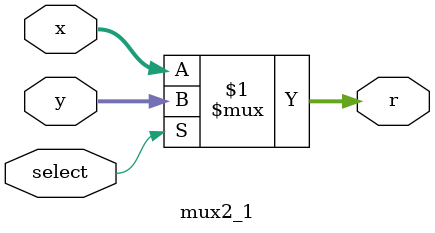
<source format=sv>
module mux2_1( 
	input logic[31:0] x,y,
	input logic select,
	output logic[31:0] r
);

/*para el caso de la alu 
x->salida registro rs2
y-> imm
select-> ALUBsrc
r-> segundo operando de la alu
si select es 1 -> y si no ->x
*/

assign r = select? y:x;

endmodule
</source>
